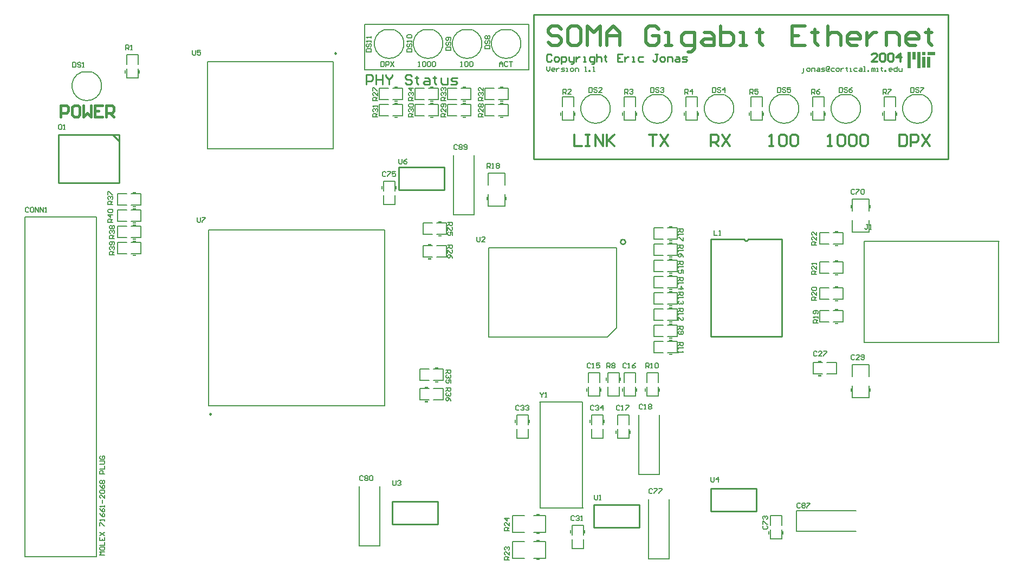
<source format=gto>
%FSLAX24Y24*%
%MOIN*%
G70*
G01*
G75*
%ADD10C,0.0080*%
%ADD11R,0.0433X0.0394*%
%ADD12R,0.0728X0.0118*%
%ADD13R,0.0728X0.0118*%
%ADD14R,0.0118X0.0728*%
%ADD15R,0.1024X0.0945*%
%ADD16R,0.0709X0.0157*%
%ADD17R,0.0157X0.0709*%
%ADD18R,0.0709X0.0122*%
%ADD19O,0.0122X0.0709*%
%ADD20R,0.0122X0.0709*%
%ADD21R,0.0700X0.0300*%
%ADD22O,0.0700X0.0300*%
%ADD23R,0.0300X0.0600*%
%ADD24R,0.1000X0.1400*%
%ADD25R,0.0945X0.1024*%
%ADD26R,0.0394X0.0433*%
%ADD27R,0.0551X0.0787*%
%ADD28R,0.0709X0.0630*%
%ADD29R,0.0827X0.1614*%
%ADD30R,0.0630X0.0709*%
%ADD31R,0.0709X0.0157*%
%ADD32C,0.0400*%
%ADD33C,0.0100*%
%ADD34C,0.0160*%
%ADD35C,0.0200*%
%ADD36C,0.1732*%
%ADD37C,0.0500*%
%ADD38C,0.0750*%
%ADD39C,0.1400*%
%ADD40C,0.1300*%
%ADD41C,0.0520*%
%ADD42C,0.0250*%
%ADD43C,0.0480*%
%ADD44C,0.0350*%
%ADD45C,0.0060*%
%ADD46C,0.0098*%
%ADD47C,0.0079*%
%ADD48C,0.0070*%
%ADD49C,0.0140*%
%ADD50C,0.0120*%
%ADD51R,0.0197X0.0079*%
%ADD52R,0.0200X0.1000*%
%ADD53R,0.0200X0.0500*%
%ADD54R,0.0500X0.0200*%
%ADD55R,0.0200X0.0700*%
%ADD56R,0.0200X0.0200*%
%ADD57R,0.0079X0.0197*%
%ADD58R,0.0079X0.0197*%
%ADD59C,0.0020*%
%ADD60R,0.0197X0.0079*%
D10*
X47200Y63800D02*
X51000D01*
X40900D02*
X50400D01*
X40900Y61000D02*
Y63800D01*
Y61000D02*
X51000D01*
Y63800D01*
X41000D02*
X47200D01*
X71630Y44190D02*
Y50410D01*
X79920D01*
X71630Y44200D02*
X79920D01*
X79900Y44190D02*
Y50410D01*
X51669Y40511D02*
X54280D01*
X51669D02*
X51689Y40491D01*
Y33976D02*
Y40491D01*
Y33976D02*
X51701Y33987D01*
X54311D01*
X54280Y34019D02*
X54311Y33987D01*
X54280Y34019D02*
Y40511D01*
X19999Y51910D02*
X24400D01*
X19999Y30990D02*
X24400D01*
X19999D02*
Y51910D01*
X24400Y30990D02*
Y51910D01*
X67800Y60800D02*
X67850D01*
X67900Y60850D01*
Y61100D01*
X68150Y60900D02*
X68250D01*
X68300Y60950D01*
Y61050D01*
X68250Y61100D01*
X68150D01*
X68100Y61050D01*
Y60950D01*
X68150Y60900D01*
X68400D02*
Y61100D01*
X68550D01*
X68600Y61050D01*
Y60900D01*
X68750Y61100D02*
X68850D01*
X68900Y61050D01*
Y60900D01*
X68750D01*
X68700Y60950D01*
X68750Y61000D01*
X68900D01*
X69000Y60900D02*
X69150D01*
X69200Y60950D01*
X69150Y61000D01*
X69050D01*
X69000Y61050D01*
X69050Y61100D01*
X69200D01*
X69449Y61000D02*
Y61050D01*
X69399D01*
Y61000D01*
X69449D01*
X69499Y61050D01*
Y61150D01*
X69449Y61200D01*
X69349D01*
X69300Y61150D01*
Y60950D01*
X69349Y60900D01*
X69499D01*
X69799Y61100D02*
X69649D01*
X69599Y61050D01*
Y60950D01*
X69649Y60900D01*
X69799D01*
X69949D02*
X70049D01*
X70099Y60950D01*
Y61050D01*
X70049Y61100D01*
X69949D01*
X69899Y61050D01*
Y60950D01*
X69949Y60900D01*
X70199Y61100D02*
Y60900D01*
Y61000D01*
X70249Y61050D01*
X70299Y61100D01*
X70349D01*
X70549Y61150D02*
Y61100D01*
X70499D01*
X70599D01*
X70549D01*
Y60950D01*
X70599Y60900D01*
X70749D02*
X70849D01*
X70799D01*
Y61100D01*
X70749D01*
X71199D02*
X71049D01*
X70999Y61050D01*
Y60950D01*
X71049Y60900D01*
X71199D01*
X71349Y61100D02*
X71449D01*
X71499Y61050D01*
Y60900D01*
X71349D01*
X71299Y60950D01*
X71349Y61000D01*
X71499D01*
X71599Y60900D02*
X71699D01*
X71649D01*
Y61200D01*
X71599D01*
X71849Y60900D02*
Y60950D01*
X71899D01*
Y60900D01*
X71849D01*
X72099D02*
Y61100D01*
X72149D01*
X72199Y61050D01*
Y60900D01*
Y61050D01*
X72249Y61100D01*
X72299Y61050D01*
Y60900D01*
X72399D02*
X72498D01*
X72449D01*
Y61100D01*
X72399D01*
X72698Y61150D02*
Y61100D01*
X72648D01*
X72748D01*
X72698D01*
Y60950D01*
X72748Y60900D01*
X72898D02*
Y60950D01*
X72948D01*
Y60900D01*
X72898D01*
X73298D02*
X73198D01*
X73148Y60950D01*
Y61050D01*
X73198Y61100D01*
X73298D01*
X73348Y61050D01*
Y61000D01*
X73148D01*
X73648Y61200D02*
Y60900D01*
X73498D01*
X73448Y60950D01*
Y61050D01*
X73498Y61100D01*
X73648D01*
X73748D02*
Y60950D01*
X73798Y60900D01*
X73948D01*
Y61100D01*
D33*
X56943Y50380D02*
G03*
X56943Y50380I-153J0D01*
G01*
X64250Y50550D02*
G03*
X64500Y50550I125J0D01*
G01*
X76800Y55500D02*
Y64400D01*
X51300D02*
X76800D01*
X51300Y55500D02*
Y64400D01*
Y55500D02*
X76800D01*
X62200Y50550D02*
X64250D01*
X64500D02*
X66550D01*
Y44550D02*
Y50550D01*
X62200Y44550D02*
X66550D01*
X62200D02*
Y50550D01*
X55000Y32800D02*
X57800D01*
Y34200D01*
X55000D02*
X57800D01*
X55000Y32800D02*
Y34200D01*
X25394Y56991D02*
X25787Y56597D01*
X22047Y54038D02*
X25787D01*
X22047D02*
Y56991D01*
X25787D01*
Y54038D02*
Y56991D01*
X42600Y33000D02*
X45400D01*
Y34400D01*
X42600D02*
X45400D01*
X42600Y33000D02*
Y34400D01*
X62200Y33800D02*
X65000D01*
Y35200D01*
X62200D02*
X65000D01*
X62200Y33800D02*
Y35200D01*
X43000Y53600D02*
X45800D01*
Y55000D01*
X43000D02*
X45800D01*
X43000Y53600D02*
Y55000D01*
X41000Y60100D02*
Y60700D01*
X41300D01*
X41400Y60600D01*
Y60400D01*
X41300Y60300D01*
X41000D01*
X41600Y60700D02*
Y60100D01*
Y60400D01*
X42000D01*
Y60700D01*
Y60100D01*
X42200Y60700D02*
Y60600D01*
X42400Y60400D01*
X42599Y60600D01*
Y60700D01*
X42400Y60400D02*
Y60100D01*
X43799Y60600D02*
X43699Y60700D01*
X43499D01*
X43399Y60600D01*
Y60500D01*
X43499Y60400D01*
X43699D01*
X43799Y60300D01*
Y60200D01*
X43699Y60100D01*
X43499D01*
X43399Y60200D01*
X44099Y60600D02*
Y60500D01*
X43999D01*
X44199D01*
X44099D01*
Y60200D01*
X44199Y60100D01*
X44599Y60500D02*
X44799D01*
X44899Y60400D01*
Y60100D01*
X44599D01*
X44499Y60200D01*
X44599Y60300D01*
X44899D01*
X45199Y60600D02*
Y60500D01*
X45099D01*
X45299D01*
X45199D01*
Y60200D01*
X45299Y60100D01*
X45599Y60500D02*
Y60200D01*
X45698Y60100D01*
X45998D01*
Y60500D01*
X46198Y60100D02*
X46498D01*
X46598Y60200D01*
X46498Y60300D01*
X46298D01*
X46198Y60400D01*
X46298Y60500D01*
X46598D01*
X52400Y61875D02*
X52325Y61950D01*
X52175D01*
X52100Y61875D01*
Y61575D01*
X52175Y61500D01*
X52325D01*
X52400Y61575D01*
X52625Y61500D02*
X52775D01*
X52850Y61575D01*
Y61725D01*
X52775Y61800D01*
X52625D01*
X52550Y61725D01*
Y61575D01*
X52625Y61500D01*
X53000Y61350D02*
Y61800D01*
X53225D01*
X53300Y61725D01*
Y61575D01*
X53225Y61500D01*
X53000D01*
X53450Y61800D02*
Y61575D01*
X53525Y61500D01*
X53749D01*
Y61425D01*
X53674Y61350D01*
X53600D01*
X53749Y61500D02*
Y61800D01*
X53899D02*
Y61500D01*
Y61650D01*
X53974Y61725D01*
X54049Y61800D01*
X54124D01*
X54349Y61500D02*
X54499D01*
X54424D01*
Y61800D01*
X54349D01*
X54874Y61350D02*
X54949D01*
X55024Y61425D01*
Y61800D01*
X54799D01*
X54724Y61725D01*
Y61575D01*
X54799Y61500D01*
X55024D01*
X55174Y61950D02*
Y61500D01*
Y61725D01*
X55249Y61800D01*
X55399D01*
X55474Y61725D01*
Y61500D01*
X55699Y61875D02*
Y61800D01*
X55624D01*
X55774D01*
X55699D01*
Y61575D01*
X55774Y61500D01*
X56748Y61950D02*
X56449D01*
Y61500D01*
X56748D01*
X56449Y61725D02*
X56599D01*
X56898Y61800D02*
Y61500D01*
Y61650D01*
X56973Y61725D01*
X57048Y61800D01*
X57123D01*
X57348Y61500D02*
X57498D01*
X57423D01*
Y61800D01*
X57348D01*
X58023D02*
X57798D01*
X57723Y61725D01*
Y61575D01*
X57798Y61500D01*
X58023D01*
X58923Y61950D02*
X58773D01*
X58848D01*
Y61575D01*
X58773Y61500D01*
X58698D01*
X58623Y61575D01*
X59148Y61500D02*
X59298D01*
X59373Y61575D01*
Y61725D01*
X59298Y61800D01*
X59148D01*
X59073Y61725D01*
Y61575D01*
X59148Y61500D01*
X59523D02*
Y61800D01*
X59748D01*
X59823Y61725D01*
Y61500D01*
X60047Y61800D02*
X60197D01*
X60272Y61725D01*
Y61500D01*
X60047D01*
X59972Y61575D01*
X60047Y61650D01*
X60272D01*
X60422Y61500D02*
X60647D01*
X60722Y61575D01*
X60647Y61650D01*
X60497D01*
X60422Y61725D01*
X60497Y61800D01*
X60722D01*
D34*
X22200Y58100D02*
Y58800D01*
X22550D01*
X22667Y58683D01*
Y58450D01*
X22550Y58333D01*
X22200D01*
X23250Y58800D02*
X23016D01*
X22900Y58683D01*
Y58217D01*
X23016Y58100D01*
X23250D01*
X23366Y58217D01*
Y58683D01*
X23250Y58800D01*
X23600D02*
Y58100D01*
X23833Y58333D01*
X24066Y58100D01*
Y58800D01*
X24766D02*
X24299D01*
Y58100D01*
X24766D01*
X24299Y58450D02*
X24533D01*
X24999Y58100D02*
Y58800D01*
X25349D01*
X25466Y58683D01*
Y58450D01*
X25349Y58333D01*
X24999D01*
X25232D02*
X25466Y58100D01*
D35*
X53000Y63500D02*
X52800Y63700D01*
X52400D01*
X52200Y63500D01*
Y63300D01*
X52400Y63100D01*
X52800D01*
X53000Y62900D01*
Y62700D01*
X52800Y62500D01*
X52400D01*
X52200Y62700D01*
X53999Y63700D02*
X53600D01*
X53400Y63500D01*
Y62700D01*
X53600Y62500D01*
X53999D01*
X54199Y62700D01*
Y63500D01*
X53999Y63700D01*
X54599Y62500D02*
Y63700D01*
X54999Y63300D01*
X55399Y63700D01*
Y62500D01*
X55799D02*
Y63300D01*
X56199Y63700D01*
X56599Y63300D01*
Y62500D01*
Y63100D01*
X55799D01*
X58998Y63500D02*
X58798Y63700D01*
X58398D01*
X58198Y63500D01*
Y62700D01*
X58398Y62500D01*
X58798D01*
X58998Y62700D01*
Y63100D01*
X58598D01*
X59398Y62500D02*
X59798D01*
X59598D01*
Y63300D01*
X59398D01*
X60797Y62100D02*
X60997D01*
X61197Y62300D01*
Y63300D01*
X60597D01*
X60397Y63100D01*
Y62700D01*
X60597Y62500D01*
X61197D01*
X61797Y63300D02*
X62197D01*
X62397Y63100D01*
Y62500D01*
X61797D01*
X61597Y62700D01*
X61797Y62900D01*
X62397D01*
X62797Y63700D02*
Y62500D01*
X63396D01*
X63596Y62700D01*
Y62900D01*
Y63100D01*
X63396Y63300D01*
X62797D01*
X63996Y62500D02*
X64396D01*
X64196D01*
Y63300D01*
X63996D01*
X65196Y63500D02*
Y63300D01*
X64996D01*
X65396D01*
X65196D01*
Y62700D01*
X65396Y62500D01*
X67995Y63700D02*
X67195D01*
Y62500D01*
X67995D01*
X67195Y63100D02*
X67595D01*
X68595Y63500D02*
Y63300D01*
X68395D01*
X68795D01*
X68595D01*
Y62700D01*
X68795Y62500D01*
X69394Y63700D02*
Y62500D01*
Y63100D01*
X69594Y63300D01*
X69994D01*
X70194Y63100D01*
Y62500D01*
X71194D02*
X70794D01*
X70594Y62700D01*
Y63100D01*
X70794Y63300D01*
X71194D01*
X71394Y63100D01*
Y62900D01*
X70594D01*
X71794Y63300D02*
Y62500D01*
Y62900D01*
X71994Y63100D01*
X72194Y63300D01*
X72393D01*
X72993Y62500D02*
Y63300D01*
X73593D01*
X73793Y63100D01*
Y62500D01*
X74793D02*
X74393D01*
X74193Y62700D01*
Y63100D01*
X74393Y63300D01*
X74793D01*
X74993Y63100D01*
Y62900D01*
X74193D01*
X75592Y63500D02*
Y63300D01*
X75392D01*
X75792D01*
X75592D01*
Y62700D01*
X75792Y62500D01*
D45*
X49280Y63452D02*
G03*
X49951Y63440I320J-852D01*
G01*
X44480Y63452D02*
G03*
X45151Y63440I320J-852D01*
G01*
X46880Y63452D02*
G03*
X47551Y63440I320J-852D01*
G01*
X42080Y63452D02*
G03*
X42751Y63440I320J-852D01*
G01*
X23480Y60852D02*
G03*
X24151Y60840I320J-852D01*
G01*
X74580Y59452D02*
G03*
X75251Y59440I320J-852D01*
G01*
X70180Y59452D02*
G03*
X70851Y59440I320J-852D01*
G01*
X66380Y59452D02*
G03*
X67051Y59440I320J-852D01*
G01*
X62380Y59452D02*
G03*
X63051Y59440I320J-852D01*
G01*
X58580Y59452D02*
G03*
X59251Y59440I320J-852D01*
G01*
X54780Y59452D02*
G03*
X55451Y59440I320J-852D01*
G01*
X49279Y63450D02*
X49940D01*
X44479D02*
X45140D01*
X46879D02*
X47540D01*
X42079D02*
X42740D01*
X23479Y60850D02*
X24140D01*
X74579Y59450D02*
X75240D01*
X70179D02*
X70840D01*
X66379D02*
X67040D01*
X62379D02*
X63040D01*
X58579D02*
X59240D01*
X54779D02*
X55440D01*
D46*
X31454Y39765D02*
G03*
X31454Y39765I-49J0D01*
G01*
X39155Y61991D02*
G03*
X39155Y61991I-49J0D01*
G01*
D47*
X42638Y59146D02*
X43209D01*
X42638Y59854D02*
X43209D01*
Y59146D02*
Y59854D01*
X41791Y59146D02*
Y59854D01*
Y59146D02*
X42362D01*
X41791Y59854D02*
X42362D01*
X42638Y58146D02*
X43209D01*
X42638Y58854D02*
X43209D01*
Y58146D02*
Y58854D01*
X41791Y58146D02*
Y58854D01*
Y58146D02*
X42362D01*
X41791Y58854D02*
X42362D01*
X44838Y59146D02*
X45409D01*
X44838Y59854D02*
X45409D01*
Y59146D02*
Y59854D01*
X43991Y59146D02*
Y59854D01*
Y59146D02*
X44562D01*
X43991Y59854D02*
X44562D01*
X44838Y58146D02*
X45409D01*
X44838Y58854D02*
X45409D01*
Y58146D02*
Y58854D01*
X43991Y58146D02*
Y58854D01*
Y58146D02*
X44562D01*
X43991Y58854D02*
X44562D01*
X46838Y59146D02*
X47409D01*
X46838Y59854D02*
X47409D01*
Y59146D02*
Y59854D01*
X45991Y59146D02*
Y59854D01*
Y59146D02*
X46562D01*
X45991Y59854D02*
X46562D01*
X46838Y58146D02*
X47409D01*
X46838Y58854D02*
X47409D01*
Y58146D02*
Y58854D01*
X45991Y58146D02*
Y58854D01*
Y58146D02*
X46562D01*
X45991Y58854D02*
X46562D01*
X31287Y51113D02*
X42113D01*
X31287Y40287D02*
X42113D01*
X31287D02*
Y51113D01*
X42113Y40287D02*
Y51113D01*
X44291Y42554D02*
X44862D01*
X44291Y41846D02*
X44862D01*
X44291D02*
Y42554D01*
X45709Y41846D02*
Y42554D01*
X45138D02*
X45709D01*
X45138Y41846D02*
X45709D01*
X67471Y33830D02*
X71132D01*
X67471Y32570D02*
X71132D01*
X67471D02*
Y33830D01*
X44491Y51554D02*
X45062D01*
X44491Y50846D02*
X45062D01*
X44491D02*
Y51554D01*
X45909Y50846D02*
Y51554D01*
X45338D02*
X45909D01*
X45338Y50846D02*
X45909D01*
X38958Y56123D02*
Y61477D01*
X31242Y56123D02*
Y61477D01*
X38958D01*
X31242Y56123D02*
X38958D01*
X56401Y45076D02*
Y50035D01*
X48515D02*
X56401D01*
X48515Y44511D02*
Y50035D01*
Y44511D02*
X55836D01*
X56401Y45076D01*
X58691Y44254D02*
X59262D01*
X58691Y43546D02*
X59262D01*
X58691D02*
Y44254D01*
X60109Y43546D02*
Y44254D01*
X59538D02*
X60109D01*
X59538Y43546D02*
X60109D01*
X58691Y45254D02*
X59262D01*
X58691Y44546D02*
X59262D01*
X58691D02*
Y45254D01*
X60109Y44546D02*
Y45254D01*
X59538D02*
X60109D01*
X59538Y44546D02*
X60109D01*
X58691Y50254D02*
X59262D01*
X58691Y49546D02*
X59262D01*
X58691D02*
Y50254D01*
X60109Y49546D02*
Y50254D01*
X59538D02*
X60109D01*
X59538Y49546D02*
X60109D01*
X58370Y30871D02*
Y34532D01*
X59630Y30871D02*
Y34532D01*
X58370Y30871D02*
X59630D01*
X53646Y31491D02*
Y32062D01*
X54354Y31491D02*
Y32062D01*
X53646Y31491D02*
X54354D01*
X53646Y32909D02*
X54354D01*
X53646Y32338D02*
Y32909D01*
X54354Y32338D02*
Y32909D01*
X40570Y31671D02*
Y35332D01*
X41830Y31671D02*
Y35332D01*
X40570Y31671D02*
X41830D01*
X66554Y32938D02*
Y33509D01*
X65846Y32938D02*
Y33509D01*
X66554D01*
X65846Y32091D02*
X66554D01*
Y32662D01*
X65846Y32091D02*
Y32662D01*
X46370Y52071D02*
Y55732D01*
X47630Y52071D02*
Y55732D01*
X46370Y52071D02*
X47630D01*
X42046Y52691D02*
Y53262D01*
X42754Y52691D02*
Y53262D01*
X42046Y52691D02*
X42754D01*
X42046Y54109D02*
X42754D01*
X42046Y53538D02*
Y54109D01*
X42754Y53538D02*
Y54109D01*
X55846Y40891D02*
Y41462D01*
X56554Y40891D02*
Y41462D01*
X55846Y40891D02*
X56554D01*
X55846Y42309D02*
X56554D01*
X55846Y41738D02*
Y42309D01*
X56554Y41738D02*
Y42309D01*
X57554Y41738D02*
Y42309D01*
X56846Y41738D02*
Y42309D01*
X57554D01*
X56846Y40891D02*
X57554D01*
Y41462D01*
X56846Y40891D02*
Y41462D01*
X55354Y41738D02*
Y42309D01*
X54646Y41738D02*
Y42309D01*
X55354D01*
X54646Y40891D02*
X55354D01*
Y41462D01*
X54646Y40891D02*
Y41462D01*
X57770Y36071D02*
Y39732D01*
X59030Y36071D02*
Y39732D01*
X57770Y36071D02*
X59030D01*
X57154Y39138D02*
Y39709D01*
X56446Y39138D02*
Y39709D01*
X57154D01*
X56446Y38291D02*
X57154D01*
Y38862D01*
X56446Y38291D02*
Y38862D01*
X58954Y41738D02*
Y42309D01*
X58246Y41738D02*
Y42309D01*
X58954D01*
X58246Y40891D02*
X58954D01*
Y41462D01*
X58246Y40891D02*
Y41462D01*
X58691Y51254D02*
X59262D01*
X58691Y50546D02*
X59262D01*
X58691D02*
Y51254D01*
X60109Y50546D02*
Y51254D01*
X59538D02*
X60109D01*
X59538Y50546D02*
X60109D01*
X58691Y49254D02*
X59262D01*
X58691Y48546D02*
X59262D01*
X58691D02*
Y49254D01*
X60109Y48546D02*
Y49254D01*
X59538D02*
X60109D01*
X59538Y48546D02*
X60109D01*
X58691Y48254D02*
X59262D01*
X58691Y47546D02*
X59262D01*
X58691D02*
Y48254D01*
X60109Y47546D02*
Y48254D01*
X59538D02*
X60109D01*
X59538Y47546D02*
X60109D01*
X58691Y47254D02*
X59262D01*
X58691Y46546D02*
X59262D01*
X58691D02*
Y47254D01*
X60109Y46546D02*
Y47254D01*
X59538D02*
X60109D01*
X59538Y46546D02*
X60109D01*
X58691Y46254D02*
X59262D01*
X58691Y45546D02*
X59262D01*
X58691D02*
Y46254D01*
X60109Y45546D02*
Y46254D01*
X59538D02*
X60109D01*
X59538Y45546D02*
X60109D01*
X48488Y53876D02*
Y54624D01*
X49512Y53876D02*
Y54624D01*
X48488Y52576D02*
Y53324D01*
X49512Y52576D02*
Y53324D01*
X48488Y52576D02*
X49512D01*
X48488Y54624D02*
X49512D01*
X68891Y46154D02*
X69462D01*
X68891Y45446D02*
X69462D01*
X68891D02*
Y46154D01*
X70309Y45446D02*
Y46154D01*
X69738D02*
X70309D01*
X69738Y45446D02*
X70309D01*
X68891Y47554D02*
X69462D01*
X68891Y46846D02*
X69462D01*
X68891D02*
Y47554D01*
X70309Y46846D02*
Y47554D01*
X69738D02*
X70309D01*
X69738Y46846D02*
X70309D01*
X50246Y38291D02*
Y38862D01*
X50954Y38291D02*
Y38862D01*
X50246Y38291D02*
X50954D01*
X50246Y39709D02*
X50954D01*
X50246Y39138D02*
Y39709D01*
X50954Y39138D02*
Y39709D01*
X68891Y49154D02*
X69462D01*
X68891Y48446D02*
X69462D01*
X68891D02*
Y49154D01*
X70309Y48446D02*
Y49154D01*
X69738D02*
X70309D01*
X69738Y48446D02*
X70309D01*
X68891Y50954D02*
X69462D01*
X68891Y50246D02*
X69462D01*
X68891D02*
Y50954D01*
X70309Y50246D02*
Y50954D01*
X69738D02*
X70309D01*
X69738Y50246D02*
X70309D01*
X54846Y38291D02*
Y38862D01*
X55554Y38291D02*
Y38862D01*
X54846Y38291D02*
X55554D01*
X54846Y39709D02*
X55554D01*
X54846Y39138D02*
Y39709D01*
X55554Y39138D02*
Y39709D01*
X69338Y42246D02*
X69909D01*
X69338Y42954D02*
X69909D01*
Y42246D02*
Y42954D01*
X68491Y42246D02*
Y42954D01*
Y42246D02*
X69062D01*
X68491Y42954D02*
X69062D01*
X49976Y30888D02*
X50724D01*
X49976Y31912D02*
X50724D01*
X51276Y30888D02*
X52024D01*
X51276Y31912D02*
X52024D01*
Y30888D02*
Y31912D01*
X49976Y30888D02*
Y31912D01*
X71912Y50976D02*
Y51724D01*
X70888Y50976D02*
Y51724D01*
X71912Y52276D02*
Y53024D01*
X70888Y52276D02*
Y53024D01*
X71912D01*
X70888Y50976D02*
X71912D01*
X70888Y42076D02*
Y42824D01*
X71912Y42076D02*
Y42824D01*
X70888Y40776D02*
Y41524D01*
X71912Y40776D02*
Y41524D01*
X70888Y40776D02*
X71912D01*
X70888Y42824D02*
X71912D01*
X49976Y32488D02*
X50724D01*
X49976Y33512D02*
X50724D01*
X51276Y32488D02*
X52024D01*
X51276Y33512D02*
X52024D01*
Y32488D02*
Y33512D01*
X49976Y32488D02*
Y33512D01*
X48291Y58854D02*
X48862D01*
X48291Y58146D02*
X48862D01*
X48291D02*
Y58854D01*
X49709Y58146D02*
Y58854D01*
X49138D02*
X49709D01*
X49138Y58146D02*
X49709D01*
X48291Y59854D02*
X48862D01*
X48291Y59146D02*
X48862D01*
X48291D02*
Y59854D01*
X49709Y59146D02*
Y59854D01*
X49138D02*
X49709D01*
X49138Y59146D02*
X49709D01*
X26954Y61338D02*
Y61909D01*
X26246Y61338D02*
Y61909D01*
X26954D01*
X26246Y60491D02*
X26954D01*
Y61062D01*
X26246Y60491D02*
Y61062D01*
X73554Y58738D02*
Y59309D01*
X72846Y58738D02*
Y59309D01*
X73554D01*
X72846Y57891D02*
X73554D01*
Y58462D01*
X72846Y57891D02*
Y58462D01*
X69154Y58738D02*
Y59309D01*
X68446Y58738D02*
Y59309D01*
X69154D01*
X68446Y57891D02*
X69154D01*
Y58462D01*
X68446Y57891D02*
Y58462D01*
X65354Y58738D02*
Y59309D01*
X64646Y58738D02*
Y59309D01*
X65354D01*
X64646Y57891D02*
X65354D01*
Y58462D01*
X64646Y57891D02*
Y58462D01*
X61354Y58738D02*
Y59309D01*
X60646Y58738D02*
Y59309D01*
X61354D01*
X60646Y57891D02*
X61354D01*
Y58462D01*
X60646Y57891D02*
Y58462D01*
X57554Y58738D02*
Y59309D01*
X56846Y58738D02*
Y59309D01*
X57554D01*
X56846Y57891D02*
X57554D01*
Y58462D01*
X56846Y57891D02*
Y58462D01*
X53754Y58738D02*
Y59309D01*
X53046Y58738D02*
Y59309D01*
X53754D01*
X53046Y57891D02*
X53754D01*
Y58462D01*
X53046Y57891D02*
Y58462D01*
X45338Y49446D02*
X45909D01*
X45338Y50154D02*
X45909D01*
Y49446D02*
Y50154D01*
X44491Y49446D02*
Y50154D01*
Y49446D02*
X45062D01*
X44491Y50154D02*
X45062D01*
X45138Y40646D02*
X45709D01*
X45138Y41354D02*
X45709D01*
Y40646D02*
Y41354D01*
X44291Y40646D02*
Y41354D01*
Y40646D02*
X44862D01*
X44291Y41354D02*
X44862D01*
X26538Y51646D02*
X27109D01*
X26538Y52354D02*
X27109D01*
Y51646D02*
Y52354D01*
X25691Y51646D02*
Y52354D01*
Y51646D02*
X26262D01*
X25691Y52354D02*
X26262D01*
X26538Y49646D02*
X27109D01*
X26538Y50354D02*
X27109D01*
Y49646D02*
Y50354D01*
X25691Y49646D02*
Y50354D01*
Y49646D02*
X26262D01*
X25691Y50354D02*
X26262D01*
X26538Y50646D02*
X27109D01*
X26538Y51354D02*
X27109D01*
Y50646D02*
Y51354D01*
X25691Y50646D02*
Y51354D01*
Y50646D02*
X26262D01*
X25691Y51354D02*
X26262D01*
X26538Y52646D02*
X27109D01*
X26538Y53354D02*
X27109D01*
Y52646D02*
Y53354D01*
X25691Y52646D02*
Y53354D01*
Y52646D02*
X26262D01*
X25691Y53354D02*
X26262D01*
D48*
X46000Y51600D02*
X46300D01*
Y51450D01*
X46250Y51400D01*
X46150D01*
X46100Y51450D01*
Y51600D01*
Y51500D02*
X46000Y51400D01*
Y51100D02*
Y51300D01*
X46200Y51100D01*
X46250D01*
X46300Y51150D01*
Y51250D01*
X46250Y51300D01*
X46300Y50800D02*
Y51000D01*
X46150D01*
X46200Y50900D01*
Y50850D01*
X46150Y50800D01*
X46050D01*
X46000Y50850D01*
Y50950D01*
X46050Y51000D01*
X51700Y41120D02*
Y41070D01*
X51800Y40970D01*
X51900Y41070D01*
Y41120D01*
X51800Y40970D02*
Y40820D01*
X52000D02*
X52100D01*
X52050D01*
Y41120D01*
X52000Y41070D01*
X30600Y51900D02*
Y51650D01*
X30650Y51600D01*
X30750D01*
X30800Y51650D01*
Y51900D01*
X30900D02*
X31100D01*
Y51850D01*
X30900Y51650D01*
Y51600D01*
X43000Y55500D02*
Y55250D01*
X43050Y55200D01*
X43150D01*
X43200Y55250D01*
Y55500D01*
X43500D02*
X43400Y55450D01*
X43300Y55350D01*
Y55250D01*
X43350Y55200D01*
X43450D01*
X43500Y55250D01*
Y55300D01*
X43450Y55350D01*
X43300D01*
X30300Y62200D02*
Y61950D01*
X30350Y61900D01*
X30450D01*
X30500Y61950D01*
Y62200D01*
X30800D02*
X30600D01*
Y62050D01*
X30700Y62100D01*
X30750D01*
X30800Y62050D01*
Y61950D01*
X30750Y61900D01*
X30650D01*
X30600Y61950D01*
X62200Y35900D02*
Y35650D01*
X62250Y35600D01*
X62350D01*
X62400Y35650D01*
Y35900D01*
X62650Y35600D02*
Y35900D01*
X62500Y35750D01*
X62700D01*
X42620Y35680D02*
Y35430D01*
X42670Y35380D01*
X42770D01*
X42820Y35430D01*
Y35680D01*
X42920Y35630D02*
X42970Y35680D01*
X43070D01*
X43120Y35630D01*
Y35580D01*
X43070Y35530D01*
X43020D01*
X43070D01*
X43120Y35480D01*
Y35430D01*
X43070Y35380D01*
X42970D01*
X42920Y35430D01*
X47800Y50700D02*
Y50450D01*
X47850Y50400D01*
X47950D01*
X48000Y50450D01*
Y50700D01*
X48300Y50400D02*
X48100D01*
X48300Y50600D01*
Y50650D01*
X48250Y50700D01*
X48150D01*
X48100Y50650D01*
X55040Y34800D02*
Y34550D01*
X55090Y34500D01*
X55190D01*
X55240Y34550D01*
Y34800D01*
X55340Y34500D02*
X55440D01*
X55390D01*
Y34800D01*
X55340Y34750D01*
X45900Y41400D02*
X46200D01*
Y41250D01*
X46150Y41200D01*
X46050D01*
X46000Y41250D01*
Y41400D01*
Y41300D02*
X45900Y41200D01*
X46150Y41100D02*
X46200Y41050D01*
Y40950D01*
X46150Y40900D01*
X46100D01*
X46050Y40950D01*
Y41000D01*
Y40950D01*
X46000Y40900D01*
X45950D01*
X45900Y40950D01*
Y41050D01*
X45950Y41100D01*
X46200Y40600D02*
X46150Y40700D01*
X46050Y40800D01*
X45950D01*
X45900Y40750D01*
Y40650D01*
X45950Y40600D01*
X46000D01*
X46050Y40650D01*
Y40800D01*
X45900Y42500D02*
X46200D01*
Y42350D01*
X46150Y42300D01*
X46050D01*
X46000Y42350D01*
Y42500D01*
Y42400D02*
X45900Y42300D01*
X46150Y42200D02*
X46200Y42150D01*
Y42050D01*
X46150Y42000D01*
X46100D01*
X46050Y42050D01*
Y42100D01*
Y42050D01*
X46000Y42000D01*
X45950D01*
X45900Y42050D01*
Y42150D01*
X45950Y42200D01*
X46200Y41700D02*
Y41900D01*
X46050D01*
X46100Y41800D01*
Y41750D01*
X46050Y41700D01*
X45950D01*
X45900Y41750D01*
Y41850D01*
X45950Y41900D01*
X43900Y59100D02*
X43600D01*
Y59250D01*
X43650Y59300D01*
X43750D01*
X43800Y59250D01*
Y59100D01*
Y59200D02*
X43900Y59300D01*
X43650Y59400D02*
X43600Y59450D01*
Y59550D01*
X43650Y59600D01*
X43700D01*
X43750Y59550D01*
Y59500D01*
Y59550D01*
X43800Y59600D01*
X43850D01*
X43900Y59550D01*
Y59450D01*
X43850Y59400D01*
X43900Y59850D02*
X43600D01*
X43750Y59700D01*
Y59900D01*
X45900Y59100D02*
X45600D01*
Y59250D01*
X45650Y59300D01*
X45750D01*
X45800Y59250D01*
Y59100D01*
Y59200D02*
X45900Y59300D01*
X45650Y59400D02*
X45600Y59450D01*
Y59550D01*
X45650Y59600D01*
X45700D01*
X45750Y59550D01*
Y59500D01*
Y59550D01*
X45800Y59600D01*
X45850D01*
X45900Y59550D01*
Y59450D01*
X45850Y59400D01*
X45650Y59700D02*
X45600Y59750D01*
Y59850D01*
X45650Y59900D01*
X45700D01*
X45750Y59850D01*
Y59800D01*
Y59850D01*
X45800Y59900D01*
X45850D01*
X45900Y59850D01*
Y59750D01*
X45850Y59700D01*
X48200Y59100D02*
X47900D01*
Y59250D01*
X47950Y59300D01*
X48050D01*
X48100Y59250D01*
Y59100D01*
Y59200D02*
X48200Y59300D01*
X47950Y59400D02*
X47900Y59450D01*
Y59550D01*
X47950Y59600D01*
X48000D01*
X48050Y59550D01*
Y59500D01*
Y59550D01*
X48100Y59600D01*
X48150D01*
X48200Y59550D01*
Y59450D01*
X48150Y59400D01*
X48200Y59900D02*
Y59700D01*
X48000Y59900D01*
X47950D01*
X47900Y59850D01*
Y59750D01*
X47950Y59700D01*
X41700Y58100D02*
X41400D01*
Y58250D01*
X41450Y58300D01*
X41550D01*
X41600Y58250D01*
Y58100D01*
Y58200D02*
X41700Y58300D01*
X41450Y58400D02*
X41400Y58450D01*
Y58550D01*
X41450Y58600D01*
X41500D01*
X41550Y58550D01*
Y58500D01*
Y58550D01*
X41600Y58600D01*
X41650D01*
X41700Y58550D01*
Y58450D01*
X41650Y58400D01*
X41700Y58700D02*
Y58800D01*
Y58750D01*
X41400D01*
X41450Y58700D01*
X43900Y58100D02*
X43600D01*
Y58250D01*
X43650Y58300D01*
X43750D01*
X43800Y58250D01*
Y58100D01*
Y58200D02*
X43900Y58300D01*
X43650Y58400D02*
X43600Y58450D01*
Y58550D01*
X43650Y58600D01*
X43700D01*
X43750Y58550D01*
Y58500D01*
Y58550D01*
X43800Y58600D01*
X43850D01*
X43900Y58550D01*
Y58450D01*
X43850Y58400D01*
X43650Y58700D02*
X43600Y58750D01*
Y58850D01*
X43650Y58900D01*
X43850D01*
X43900Y58850D01*
Y58750D01*
X43850Y58700D01*
X43650D01*
X45900Y58100D02*
X45600D01*
Y58250D01*
X45650Y58300D01*
X45750D01*
X45800Y58250D01*
Y58100D01*
Y58200D02*
X45900Y58300D01*
Y58600D02*
Y58400D01*
X45700Y58600D01*
X45650D01*
X45600Y58550D01*
Y58450D01*
X45650Y58400D01*
X45850Y58700D02*
X45900Y58750D01*
Y58850D01*
X45850Y58900D01*
X45650D01*
X45600Y58850D01*
Y58750D01*
X45650Y58700D01*
X45700D01*
X45750Y58750D01*
Y58900D01*
X48200Y58100D02*
X47900D01*
Y58250D01*
X47950Y58300D01*
X48050D01*
X48100Y58250D01*
Y58100D01*
Y58200D02*
X48200Y58300D01*
Y58600D02*
Y58400D01*
X48000Y58600D01*
X47950D01*
X47900Y58550D01*
Y58450D01*
X47950Y58400D01*
Y58700D02*
X47900Y58750D01*
Y58850D01*
X47950Y58900D01*
X48000D01*
X48050Y58850D01*
X48100Y58900D01*
X48150D01*
X48200Y58850D01*
Y58750D01*
X48150Y58700D01*
X48100D01*
X48050Y58750D01*
X48000Y58700D01*
X47950D01*
X48050Y58750D02*
Y58850D01*
X41700Y59100D02*
X41400D01*
Y59250D01*
X41450Y59300D01*
X41550D01*
X41600Y59250D01*
Y59100D01*
Y59200D02*
X41700Y59300D01*
Y59600D02*
Y59400D01*
X41500Y59600D01*
X41450D01*
X41400Y59550D01*
Y59450D01*
X41450Y59400D01*
X41400Y59700D02*
Y59900D01*
X41450D01*
X41650Y59700D01*
X41700D01*
X46000Y50200D02*
X46300D01*
Y50050D01*
X46250Y50000D01*
X46150D01*
X46100Y50050D01*
Y50200D01*
Y50100D02*
X46000Y50000D01*
Y49700D02*
Y49900D01*
X46200Y49700D01*
X46250D01*
X46300Y49750D01*
Y49850D01*
X46250Y49900D01*
X46300Y49400D02*
X46250Y49500D01*
X46150Y49600D01*
X46050D01*
X46000Y49550D01*
Y49450D01*
X46050Y49400D01*
X46100D01*
X46150Y49450D01*
Y49600D01*
X49800Y32600D02*
X49500D01*
Y32750D01*
X49550Y32800D01*
X49650D01*
X49700Y32750D01*
Y32600D01*
Y32700D02*
X49800Y32800D01*
Y33100D02*
Y32900D01*
X49600Y33100D01*
X49550D01*
X49500Y33050D01*
Y32950D01*
X49550Y32900D01*
X49800Y33350D02*
X49500D01*
X49650Y33200D01*
Y33400D01*
X49800Y30800D02*
X49500D01*
Y30950D01*
X49550Y31000D01*
X49650D01*
X49700Y30950D01*
Y30800D01*
Y30900D02*
X49800Y31000D01*
Y31300D02*
Y31100D01*
X49600Y31300D01*
X49550D01*
X49500Y31250D01*
Y31150D01*
X49550Y31100D01*
Y31400D02*
X49500Y31450D01*
Y31550D01*
X49550Y31600D01*
X49600D01*
X49650Y31550D01*
Y31500D01*
Y31550D01*
X49700Y31600D01*
X49750D01*
X49800Y31550D01*
Y31450D01*
X49750Y31400D01*
X68700Y50200D02*
X68400D01*
Y50350D01*
X68450Y50400D01*
X68550D01*
X68600Y50350D01*
Y50200D01*
Y50300D02*
X68700Y50400D01*
Y50700D02*
Y50500D01*
X68500Y50700D01*
X68450D01*
X68400Y50650D01*
Y50550D01*
X68450Y50500D01*
X68700Y51000D02*
Y50800D01*
X68500Y51000D01*
X68450D01*
X68400Y50950D01*
Y50850D01*
X68450Y50800D01*
X68700Y48400D02*
X68400D01*
Y48550D01*
X68450Y48600D01*
X68550D01*
X68600Y48550D01*
Y48400D01*
Y48500D02*
X68700Y48600D01*
Y48900D02*
Y48700D01*
X68500Y48900D01*
X68450D01*
X68400Y48850D01*
Y48750D01*
X68450Y48700D01*
X68700Y49000D02*
Y49100D01*
Y49050D01*
X68400D01*
X68450Y49000D01*
X68700Y46800D02*
X68400D01*
Y46950D01*
X68450Y47000D01*
X68550D01*
X68600Y46950D01*
Y46800D01*
Y46900D02*
X68700Y47000D01*
Y47300D02*
Y47100D01*
X68500Y47300D01*
X68450D01*
X68400Y47250D01*
Y47150D01*
X68450Y47100D01*
Y47400D02*
X68400Y47450D01*
Y47550D01*
X68450Y47600D01*
X68650D01*
X68700Y47550D01*
Y47450D01*
X68650Y47400D01*
X68450D01*
X68800Y45400D02*
X68500D01*
Y45550D01*
X68550Y45600D01*
X68650D01*
X68700Y45550D01*
Y45400D01*
Y45500D02*
X68800Y45600D01*
Y45700D02*
Y45800D01*
Y45750D01*
X68500D01*
X68550Y45700D01*
X68750Y45950D02*
X68800Y46000D01*
Y46100D01*
X68750Y46150D01*
X68550D01*
X68500Y46100D01*
Y46000D01*
X68550Y45950D01*
X68600D01*
X68650Y46000D01*
Y46150D01*
X48440Y54930D02*
Y55230D01*
X48590D01*
X48640Y55180D01*
Y55080D01*
X48590Y55030D01*
X48440D01*
X48540D02*
X48640Y54930D01*
X48740D02*
X48840D01*
X48790D01*
Y55230D01*
X48740Y55180D01*
X48990D02*
X49040Y55230D01*
X49140D01*
X49190Y55180D01*
Y55130D01*
X49140Y55080D01*
X49190Y55030D01*
Y54980D01*
X49140Y54930D01*
X49040D01*
X48990Y54980D01*
Y55030D01*
X49040Y55080D01*
X48990Y55130D01*
Y55180D01*
X49040Y55080D02*
X49140D01*
X60200Y51200D02*
X60500D01*
Y51050D01*
X60450Y51000D01*
X60350D01*
X60300Y51050D01*
Y51200D01*
Y51100D02*
X60200Y51000D01*
Y50900D02*
Y50800D01*
Y50850D01*
X60500D01*
X60450Y50900D01*
X60500Y50650D02*
Y50450D01*
X60450D01*
X60250Y50650D01*
X60200D01*
Y50200D02*
X60500D01*
Y50050D01*
X60450Y50000D01*
X60350D01*
X60300Y50050D01*
Y50200D01*
Y50100D02*
X60200Y50000D01*
Y49900D02*
Y49800D01*
Y49850D01*
X60500D01*
X60450Y49900D01*
X60500Y49450D02*
X60450Y49550D01*
X60350Y49650D01*
X60250D01*
X60200Y49600D01*
Y49500D01*
X60250Y49450D01*
X60300D01*
X60350Y49500D01*
Y49650D01*
X60200Y49200D02*
X60500D01*
Y49050D01*
X60450Y49000D01*
X60350D01*
X60300Y49050D01*
Y49200D01*
Y49100D02*
X60200Y49000D01*
Y48900D02*
Y48800D01*
Y48850D01*
X60500D01*
X60450Y48900D01*
X60500Y48450D02*
Y48650D01*
X60350D01*
X60400Y48550D01*
Y48500D01*
X60350Y48450D01*
X60250D01*
X60200Y48500D01*
Y48600D01*
X60250Y48650D01*
X60200Y48200D02*
X60500D01*
Y48050D01*
X60450Y48000D01*
X60350D01*
X60300Y48050D01*
Y48200D01*
Y48100D02*
X60200Y48000D01*
Y47900D02*
Y47800D01*
Y47850D01*
X60500D01*
X60450Y47900D01*
X60200Y47500D02*
X60500D01*
X60350Y47650D01*
Y47450D01*
X60200Y47300D02*
X60500D01*
Y47150D01*
X60450Y47100D01*
X60350D01*
X60300Y47150D01*
Y47300D01*
Y47200D02*
X60200Y47100D01*
Y47000D02*
Y46900D01*
Y46950D01*
X60500D01*
X60450Y47000D01*
Y46750D02*
X60500Y46700D01*
Y46600D01*
X60450Y46550D01*
X60400D01*
X60350Y46600D01*
Y46650D01*
Y46600D01*
X60300Y46550D01*
X60250D01*
X60200Y46600D01*
Y46700D01*
X60250Y46750D01*
X60200Y46300D02*
X60500D01*
Y46150D01*
X60450Y46100D01*
X60350D01*
X60300Y46150D01*
Y46300D01*
Y46200D02*
X60200Y46100D01*
Y46000D02*
Y45900D01*
Y45950D01*
X60500D01*
X60450Y46000D01*
X60200Y45550D02*
Y45750D01*
X60400Y45550D01*
X60450D01*
X60500Y45600D01*
Y45700D01*
X60450Y45750D01*
X60200Y44200D02*
X60500D01*
Y44050D01*
X60450Y44000D01*
X60350D01*
X60300Y44050D01*
Y44200D01*
Y44100D02*
X60200Y44000D01*
Y43900D02*
Y43800D01*
Y43850D01*
X60500D01*
X60450Y43900D01*
X60200Y43650D02*
Y43550D01*
Y43600D01*
X60500D01*
X60450Y43650D01*
X58200Y42620D02*
Y42920D01*
X58350D01*
X58400Y42870D01*
Y42770D01*
X58350Y42720D01*
X58200D01*
X58300D02*
X58400Y42620D01*
X58500D02*
X58600D01*
X58550D01*
Y42920D01*
X58500Y42870D01*
X58750D02*
X58800Y42920D01*
X58900D01*
X58950Y42870D01*
Y42670D01*
X58900Y42620D01*
X58800D01*
X58750Y42670D01*
Y42870D01*
X60200Y45200D02*
X60500D01*
Y45050D01*
X60450Y45000D01*
X60350D01*
X60300Y45050D01*
Y45200D01*
Y45100D02*
X60200Y45000D01*
X60250Y44900D02*
X60200Y44850D01*
Y44750D01*
X60250Y44700D01*
X60450D01*
X60500Y44750D01*
Y44850D01*
X60450Y44900D01*
X60400D01*
X60350Y44850D01*
Y44700D01*
X55800Y42620D02*
Y42920D01*
X55950D01*
X56000Y42870D01*
Y42770D01*
X55950Y42720D01*
X55800D01*
X55900D02*
X56000Y42620D01*
X56100Y42870D02*
X56150Y42920D01*
X56250D01*
X56300Y42870D01*
Y42820D01*
X56250Y42770D01*
X56300Y42720D01*
Y42670D01*
X56250Y42620D01*
X56150D01*
X56100Y42670D01*
Y42720D01*
X56150Y42770D01*
X56100Y42820D01*
Y42870D01*
X56150Y42770D02*
X56250D01*
X72800Y59500D02*
Y59800D01*
X72950D01*
X73000Y59750D01*
Y59650D01*
X72950Y59600D01*
X72800D01*
X72900D02*
X73000Y59500D01*
X73100Y59800D02*
X73300D01*
Y59750D01*
X73100Y59550D01*
Y59500D01*
X68400D02*
Y59800D01*
X68550D01*
X68600Y59750D01*
Y59650D01*
X68550Y59600D01*
X68400D01*
X68500D02*
X68600Y59500D01*
X68900Y59800D02*
X68800Y59750D01*
X68700Y59650D01*
Y59550D01*
X68750Y59500D01*
X68850D01*
X68900Y59550D01*
Y59600D01*
X68850Y59650D01*
X68700D01*
X64600Y59500D02*
Y59800D01*
X64750D01*
X64800Y59750D01*
Y59650D01*
X64750Y59600D01*
X64600D01*
X64700D02*
X64800Y59500D01*
X65100Y59800D02*
X64900D01*
Y59650D01*
X65000Y59700D01*
X65050D01*
X65100Y59650D01*
Y59550D01*
X65050Y59500D01*
X64950D01*
X64900Y59550D01*
X60600Y59500D02*
Y59800D01*
X60750D01*
X60800Y59750D01*
Y59650D01*
X60750Y59600D01*
X60600D01*
X60700D02*
X60800Y59500D01*
X61050D02*
Y59800D01*
X60900Y59650D01*
X61100D01*
X56900Y59500D02*
Y59800D01*
X57050D01*
X57100Y59750D01*
Y59650D01*
X57050Y59600D01*
X56900D01*
X57000D02*
X57100Y59500D01*
X57200Y59750D02*
X57250Y59800D01*
X57350D01*
X57400Y59750D01*
Y59700D01*
X57350Y59650D01*
X57300D01*
X57350D01*
X57400Y59600D01*
Y59550D01*
X57350Y59500D01*
X57250D01*
X57200Y59550D01*
X53100Y59500D02*
Y59800D01*
X53250D01*
X53300Y59750D01*
Y59650D01*
X53250Y59600D01*
X53100D01*
X53200D02*
X53300Y59500D01*
X53600D02*
X53400D01*
X53600Y59700D01*
Y59750D01*
X53550Y59800D01*
X53450D01*
X53400Y59750D01*
X26200Y62220D02*
Y62520D01*
X26350D01*
X26400Y62470D01*
Y62370D01*
X26350Y62320D01*
X26200D01*
X26300D02*
X26400Y62220D01*
X26500D02*
X26600D01*
X26550D01*
Y62520D01*
X26500Y62470D01*
X22220Y57610D02*
X22120D01*
X22070Y57560D01*
Y57360D01*
X22120Y57310D01*
X22220D01*
X22270Y57360D01*
Y57560D01*
X22220Y57610D01*
X22370Y57310D02*
X22470D01*
X22420D01*
Y57610D01*
X22370Y57560D01*
X62400Y51100D02*
Y50800D01*
X62600D01*
X62700D02*
X62800D01*
X62750D01*
Y51100D01*
X62700Y51050D01*
X71860Y51470D02*
X71760D01*
X71810D01*
Y51220D01*
X71760Y51170D01*
X71710D01*
X71660Y51220D01*
X71960Y51170D02*
X72060D01*
X72010D01*
Y51470D01*
X71960Y51420D01*
X41000Y62100D02*
X41300D01*
Y62250D01*
X41250Y62300D01*
X41050D01*
X41000Y62250D01*
Y62100D01*
X41050Y62600D02*
X41000Y62550D01*
Y62450D01*
X41050Y62400D01*
X41100D01*
X41150Y62450D01*
Y62550D01*
X41200Y62600D01*
X41250D01*
X41300Y62550D01*
Y62450D01*
X41250Y62400D01*
X41300Y62700D02*
Y62800D01*
Y62750D01*
X41000D01*
X41050Y62700D01*
X41300Y62950D02*
Y63050D01*
Y63000D01*
X41000D01*
X41050Y62950D01*
X43500Y62100D02*
X43800D01*
Y62250D01*
X43750Y62300D01*
X43550D01*
X43500Y62250D01*
Y62100D01*
X43550Y62600D02*
X43500Y62550D01*
Y62450D01*
X43550Y62400D01*
X43600D01*
X43650Y62450D01*
Y62550D01*
X43700Y62600D01*
X43750D01*
X43800Y62550D01*
Y62450D01*
X43750Y62400D01*
X43800Y62700D02*
Y62800D01*
Y62750D01*
X43500D01*
X43550Y62700D01*
Y62950D02*
X43500Y63000D01*
Y63100D01*
X43550Y63150D01*
X43750D01*
X43800Y63100D01*
Y63000D01*
X43750Y62950D01*
X43550D01*
X45900Y62200D02*
X46200D01*
Y62350D01*
X46150Y62400D01*
X45950D01*
X45900Y62350D01*
Y62200D01*
X45950Y62700D02*
X45900Y62650D01*
Y62550D01*
X45950Y62500D01*
X46000D01*
X46050Y62550D01*
Y62650D01*
X46100Y62700D01*
X46150D01*
X46200Y62650D01*
Y62550D01*
X46150Y62500D01*
Y62800D02*
X46200Y62850D01*
Y62950D01*
X46150Y63000D01*
X45950D01*
X45900Y62950D01*
Y62850D01*
X45950Y62800D01*
X46000D01*
X46050Y62850D01*
Y63000D01*
X48300Y62300D02*
X48600D01*
Y62450D01*
X48550Y62500D01*
X48350D01*
X48300Y62450D01*
Y62300D01*
X48350Y62800D02*
X48300Y62750D01*
Y62650D01*
X48350Y62600D01*
X48400D01*
X48450Y62650D01*
Y62750D01*
X48500Y62800D01*
X48550D01*
X48600Y62750D01*
Y62650D01*
X48550Y62600D01*
X48350Y62900D02*
X48300Y62950D01*
Y63050D01*
X48350Y63100D01*
X48400D01*
X48450Y63050D01*
X48500Y63100D01*
X48550D01*
X48600Y63050D01*
Y62950D01*
X48550Y62900D01*
X48500D01*
X48450Y62950D01*
X48400Y62900D01*
X48350D01*
X48450Y62950D02*
Y63050D01*
X74500Y59900D02*
Y59600D01*
X74650D01*
X74700Y59650D01*
Y59850D01*
X74650Y59900D01*
X74500D01*
X75000Y59850D02*
X74950Y59900D01*
X74850D01*
X74800Y59850D01*
Y59800D01*
X74850Y59750D01*
X74950D01*
X75000Y59700D01*
Y59650D01*
X74950Y59600D01*
X74850D01*
X74800Y59650D01*
X75100Y59900D02*
X75300D01*
Y59850D01*
X75100Y59650D01*
Y59600D01*
X70100Y59900D02*
Y59600D01*
X70250D01*
X70300Y59650D01*
Y59850D01*
X70250Y59900D01*
X70100D01*
X70600Y59850D02*
X70550Y59900D01*
X70450D01*
X70400Y59850D01*
Y59800D01*
X70450Y59750D01*
X70550D01*
X70600Y59700D01*
Y59650D01*
X70550Y59600D01*
X70450D01*
X70400Y59650D01*
X70900Y59900D02*
X70800Y59850D01*
X70700Y59750D01*
Y59650D01*
X70750Y59600D01*
X70850D01*
X70900Y59650D01*
Y59700D01*
X70850Y59750D01*
X70700D01*
X66300Y59900D02*
Y59600D01*
X66450D01*
X66500Y59650D01*
Y59850D01*
X66450Y59900D01*
X66300D01*
X66800Y59850D02*
X66750Y59900D01*
X66650D01*
X66600Y59850D01*
Y59800D01*
X66650Y59750D01*
X66750D01*
X66800Y59700D01*
Y59650D01*
X66750Y59600D01*
X66650D01*
X66600Y59650D01*
X67100Y59900D02*
X66900D01*
Y59750D01*
X67000Y59800D01*
X67050D01*
X67100Y59750D01*
Y59650D01*
X67050Y59600D01*
X66950D01*
X66900Y59650D01*
X62300Y59900D02*
Y59600D01*
X62450D01*
X62500Y59650D01*
Y59850D01*
X62450Y59900D01*
X62300D01*
X62800Y59850D02*
X62750Y59900D01*
X62650D01*
X62600Y59850D01*
Y59800D01*
X62650Y59750D01*
X62750D01*
X62800Y59700D01*
Y59650D01*
X62750Y59600D01*
X62650D01*
X62600Y59650D01*
X63050Y59600D02*
Y59900D01*
X62900Y59750D01*
X63100D01*
X58500Y59900D02*
Y59600D01*
X58650D01*
X58700Y59650D01*
Y59850D01*
X58650Y59900D01*
X58500D01*
X59000Y59850D02*
X58950Y59900D01*
X58850D01*
X58800Y59850D01*
Y59800D01*
X58850Y59750D01*
X58950D01*
X59000Y59700D01*
Y59650D01*
X58950Y59600D01*
X58850D01*
X58800Y59650D01*
X59100Y59850D02*
X59150Y59900D01*
X59250D01*
X59300Y59850D01*
Y59800D01*
X59250Y59750D01*
X59200D01*
X59250D01*
X59300Y59700D01*
Y59650D01*
X59250Y59600D01*
X59150D01*
X59100Y59650D01*
X54700Y59900D02*
Y59600D01*
X54850D01*
X54900Y59650D01*
Y59850D01*
X54850Y59900D01*
X54700D01*
X55200Y59850D02*
X55150Y59900D01*
X55050D01*
X55000Y59850D01*
Y59800D01*
X55050Y59750D01*
X55150D01*
X55200Y59700D01*
Y59650D01*
X55150Y59600D01*
X55050D01*
X55000Y59650D01*
X55500Y59600D02*
X55300D01*
X55500Y59800D01*
Y59850D01*
X55450Y59900D01*
X55350D01*
X55300Y59850D01*
X22930Y61450D02*
Y61150D01*
X23080D01*
X23130Y61200D01*
Y61400D01*
X23080Y61450D01*
X22930D01*
X23430Y61400D02*
X23380Y61450D01*
X23280D01*
X23230Y61400D01*
Y61350D01*
X23280Y61300D01*
X23380D01*
X23430Y61250D01*
Y61200D01*
X23380Y61150D01*
X23280D01*
X23230Y61200D01*
X23530Y61150D02*
X23630D01*
X23580D01*
Y61450D01*
X23530Y61400D01*
X46600Y56330D02*
X46550Y56380D01*
X46450D01*
X46400Y56330D01*
Y56130D01*
X46450Y56080D01*
X46550D01*
X46600Y56130D01*
X46700Y56330D02*
X46750Y56380D01*
X46850D01*
X46900Y56330D01*
Y56280D01*
X46850Y56230D01*
X46900Y56180D01*
Y56130D01*
X46850Y56080D01*
X46750D01*
X46700Y56130D01*
Y56180D01*
X46750Y56230D01*
X46700Y56280D01*
Y56330D01*
X46750Y56230D02*
X46850D01*
X47000Y56130D02*
X47050Y56080D01*
X47150D01*
X47200Y56130D01*
Y56330D01*
X47150Y56380D01*
X47050D01*
X47000Y56330D01*
Y56280D01*
X47050Y56230D01*
X47200D01*
X67700Y34250D02*
X67650Y34300D01*
X67550D01*
X67500Y34250D01*
Y34050D01*
X67550Y34000D01*
X67650D01*
X67700Y34050D01*
X67800Y34250D02*
X67850Y34300D01*
X67950D01*
X68000Y34250D01*
Y34200D01*
X67950Y34150D01*
X68000Y34100D01*
Y34050D01*
X67950Y34000D01*
X67850D01*
X67800Y34050D01*
Y34100D01*
X67850Y34150D01*
X67800Y34200D01*
Y34250D01*
X67850Y34150D02*
X67950D01*
X68100Y34300D02*
X68300D01*
Y34250D01*
X68100Y34050D01*
Y34000D01*
X40800Y35930D02*
X40750Y35980D01*
X40650D01*
X40600Y35930D01*
Y35730D01*
X40650Y35680D01*
X40750D01*
X40800Y35730D01*
X40900Y35930D02*
X40950Y35980D01*
X41050D01*
X41100Y35930D01*
Y35880D01*
X41050Y35830D01*
X41100Y35780D01*
Y35730D01*
X41050Y35680D01*
X40950D01*
X40900Y35730D01*
Y35780D01*
X40950Y35830D01*
X40900Y35880D01*
Y35930D01*
X40950Y35830D02*
X41050D01*
X41200Y35930D02*
X41250Y35980D01*
X41350D01*
X41400Y35930D01*
Y35730D01*
X41350Y35680D01*
X41250D01*
X41200Y35730D01*
Y35930D01*
X58600Y35130D02*
X58550Y35180D01*
X58450D01*
X58400Y35130D01*
Y34930D01*
X58450Y34880D01*
X58550D01*
X58600Y34930D01*
X58700Y35180D02*
X58900D01*
Y35130D01*
X58700Y34930D01*
Y34880D01*
X59000Y35180D02*
X59200D01*
Y35130D01*
X59000Y34930D01*
Y34880D01*
X42200Y54670D02*
X42150Y54720D01*
X42050D01*
X42000Y54670D01*
Y54470D01*
X42050Y54420D01*
X42150D01*
X42200Y54470D01*
X42300Y54720D02*
X42500D01*
Y54670D01*
X42300Y54470D01*
Y54420D01*
X42800Y54720D02*
X42600D01*
Y54570D01*
X42700Y54620D01*
X42750D01*
X42800Y54570D01*
Y54470D01*
X42750Y54420D01*
X42650D01*
X42600Y54470D01*
X65430Y32900D02*
X65380Y32850D01*
Y32750D01*
X65430Y32700D01*
X65630D01*
X65680Y32750D01*
Y32850D01*
X65630Y32900D01*
X65380Y33000D02*
Y33200D01*
X65430D01*
X65630Y33000D01*
X65680D01*
X65430Y33300D02*
X65380Y33350D01*
Y33450D01*
X65430Y33500D01*
X65480D01*
X65530Y33450D01*
Y33400D01*
Y33450D01*
X65580Y33500D01*
X65630D01*
X65680Y33450D01*
Y33350D01*
X65630Y33300D01*
X71040Y53580D02*
X70990Y53630D01*
X70890D01*
X70840Y53580D01*
Y53380D01*
X70890Y53330D01*
X70990D01*
X71040Y53380D01*
X71140Y53630D02*
X71340D01*
Y53580D01*
X71140Y53380D01*
Y53330D01*
X71440Y53580D02*
X71490Y53630D01*
X71590D01*
X71640Y53580D01*
Y53380D01*
X71590Y53330D01*
X71490D01*
X71440Y53380D01*
Y53580D01*
X55000Y40270D02*
X54950Y40320D01*
X54850D01*
X54800Y40270D01*
Y40070D01*
X54850Y40020D01*
X54950D01*
X55000Y40070D01*
X55100Y40270D02*
X55150Y40320D01*
X55250D01*
X55300Y40270D01*
Y40220D01*
X55250Y40170D01*
X55200D01*
X55250D01*
X55300Y40120D01*
Y40070D01*
X55250Y40020D01*
X55150D01*
X55100Y40070D01*
X55550Y40020D02*
Y40320D01*
X55400Y40170D01*
X55600D01*
X50400Y40270D02*
X50350Y40320D01*
X50250D01*
X50200Y40270D01*
Y40070D01*
X50250Y40020D01*
X50350D01*
X50400Y40070D01*
X50500Y40270D02*
X50550Y40320D01*
X50650D01*
X50700Y40270D01*
Y40220D01*
X50650Y40170D01*
X50600D01*
X50650D01*
X50700Y40120D01*
Y40070D01*
X50650Y40020D01*
X50550D01*
X50500Y40070D01*
X50800Y40270D02*
X50850Y40320D01*
X50950D01*
X51000Y40270D01*
Y40220D01*
X50950Y40170D01*
X50900D01*
X50950D01*
X51000Y40120D01*
Y40070D01*
X50950Y40020D01*
X50850D01*
X50800Y40070D01*
X53800Y33470D02*
X53750Y33520D01*
X53650D01*
X53600Y33470D01*
Y33270D01*
X53650Y33220D01*
X53750D01*
X53800Y33270D01*
X53900Y33470D02*
X53950Y33520D01*
X54050D01*
X54100Y33470D01*
Y33420D01*
X54050Y33370D01*
X54000D01*
X54050D01*
X54100Y33320D01*
Y33270D01*
X54050Y33220D01*
X53950D01*
X53900Y33270D01*
X54200Y33220D02*
X54300D01*
X54250D01*
Y33520D01*
X54200Y33470D01*
X71040Y43380D02*
X70990Y43430D01*
X70890D01*
X70840Y43380D01*
Y43180D01*
X70890Y43130D01*
X70990D01*
X71040Y43180D01*
X71340Y43130D02*
X71140D01*
X71340Y43330D01*
Y43380D01*
X71290Y43430D01*
X71190D01*
X71140Y43380D01*
X71440Y43180D02*
X71490Y43130D01*
X71590D01*
X71640Y43180D01*
Y43380D01*
X71590Y43430D01*
X71490D01*
X71440Y43380D01*
Y43330D01*
X71490Y43280D01*
X71640D01*
X68720Y43590D02*
X68670Y43640D01*
X68570D01*
X68520Y43590D01*
Y43390D01*
X68570Y43340D01*
X68670D01*
X68720Y43390D01*
X69020Y43340D02*
X68820D01*
X69020Y43540D01*
Y43590D01*
X68970Y43640D01*
X68870D01*
X68820Y43590D01*
X69120Y43640D02*
X69320D01*
Y43590D01*
X69120Y43390D01*
Y43340D01*
X58000Y40330D02*
X57950Y40380D01*
X57850D01*
X57800Y40330D01*
Y40130D01*
X57850Y40080D01*
X57950D01*
X58000Y40130D01*
X58100Y40080D02*
X58200D01*
X58150D01*
Y40380D01*
X58100Y40330D01*
X58350D02*
X58400Y40380D01*
X58500D01*
X58550Y40330D01*
Y40280D01*
X58500Y40230D01*
X58550Y40180D01*
Y40130D01*
X58500Y40080D01*
X58400D01*
X58350Y40130D01*
Y40180D01*
X58400Y40230D01*
X58350Y40280D01*
Y40330D01*
X58400Y40230D02*
X58500D01*
X56600Y40270D02*
X56550Y40320D01*
X56450D01*
X56400Y40270D01*
Y40070D01*
X56450Y40020D01*
X56550D01*
X56600Y40070D01*
X56700Y40020D02*
X56800D01*
X56750D01*
Y40320D01*
X56700Y40270D01*
X56950Y40320D02*
X57150D01*
Y40270D01*
X56950Y40070D01*
Y40020D01*
X57000Y42870D02*
X56950Y42920D01*
X56850D01*
X56800Y42870D01*
Y42670D01*
X56850Y42620D01*
X56950D01*
X57000Y42670D01*
X57100Y42620D02*
X57200D01*
X57150D01*
Y42920D01*
X57100Y42870D01*
X57550Y42920D02*
X57450Y42870D01*
X57350Y42770D01*
Y42670D01*
X57400Y42620D01*
X57500D01*
X57550Y42670D01*
Y42720D01*
X57500Y42770D01*
X57350D01*
X54800Y42870D02*
X54750Y42920D01*
X54650D01*
X54600Y42870D01*
Y42670D01*
X54650Y42620D01*
X54750D01*
X54800Y42670D01*
X54900Y42620D02*
X55000D01*
X54950D01*
Y42920D01*
X54900Y42870D01*
X55350Y42920D02*
X55150D01*
Y42770D01*
X55250Y42820D01*
X55300D01*
X55350Y42770D01*
Y42670D01*
X55300Y42620D01*
X55200D01*
X55150Y42670D01*
X25400Y52700D02*
X25100D01*
Y52850D01*
X25150Y52900D01*
X25250D01*
X25300Y52850D01*
Y52700D01*
Y52800D02*
X25400Y52900D01*
X25150Y53000D02*
X25100Y53050D01*
Y53150D01*
X25150Y53200D01*
X25200D01*
X25250Y53150D01*
Y53100D01*
Y53150D01*
X25300Y53200D01*
X25350D01*
X25400Y53150D01*
Y53050D01*
X25350Y53000D01*
X25100Y53300D02*
Y53500D01*
X25150D01*
X25350Y53300D01*
X25400D01*
X25500Y50600D02*
X25200D01*
Y50750D01*
X25250Y50800D01*
X25350D01*
X25400Y50750D01*
Y50600D01*
Y50700D02*
X25500Y50800D01*
X25250Y50900D02*
X25200Y50950D01*
Y51050D01*
X25250Y51100D01*
X25300D01*
X25350Y51050D01*
Y51000D01*
Y51050D01*
X25400Y51100D01*
X25450D01*
X25500Y51050D01*
Y50950D01*
X25450Y50900D01*
X25250Y51200D02*
X25200Y51250D01*
Y51350D01*
X25250Y51400D01*
X25300D01*
X25350Y51350D01*
X25400Y51400D01*
X25450D01*
X25500Y51350D01*
Y51250D01*
X25450Y51200D01*
X25400D01*
X25350Y51250D01*
X25300Y51200D01*
X25250D01*
X25350Y51250D02*
Y51350D01*
X25500Y49600D02*
X25200D01*
Y49750D01*
X25250Y49800D01*
X25350D01*
X25400Y49750D01*
Y49600D01*
Y49700D02*
X25500Y49800D01*
X25250Y49900D02*
X25200Y49950D01*
Y50050D01*
X25250Y50100D01*
X25300D01*
X25350Y50050D01*
Y50000D01*
Y50050D01*
X25400Y50100D01*
X25450D01*
X25500Y50050D01*
Y49950D01*
X25450Y49900D01*
Y50200D02*
X25500Y50250D01*
Y50350D01*
X25450Y50400D01*
X25250D01*
X25200Y50350D01*
Y50250D01*
X25250Y50200D01*
X25300D01*
X25350Y50250D01*
Y50400D01*
X25400Y51600D02*
X25100D01*
Y51750D01*
X25150Y51800D01*
X25250D01*
X25300Y51750D01*
Y51600D01*
Y51700D02*
X25400Y51800D01*
Y52050D02*
X25100D01*
X25250Y51900D01*
Y52100D01*
X25150Y52200D02*
X25100Y52250D01*
Y52350D01*
X25150Y52400D01*
X25350D01*
X25400Y52350D01*
Y52250D01*
X25350Y52200D01*
X25150D01*
X20230Y52470D02*
X20180Y52520D01*
X20080D01*
X20030Y52470D01*
Y52270D01*
X20080Y52220D01*
X20180D01*
X20230Y52270D01*
X20480Y52520D02*
X20380D01*
X20330Y52470D01*
Y52270D01*
X20380Y52220D01*
X20480D01*
X20530Y52270D01*
Y52470D01*
X20480Y52520D01*
X20630Y52220D02*
Y52520D01*
X20830Y52220D01*
Y52520D01*
X20930Y52220D02*
Y52520D01*
X21130Y52220D01*
Y52520D01*
X21230Y52220D02*
X21330D01*
X21280D01*
Y52520D01*
X21230Y52470D01*
X49200Y61200D02*
Y61400D01*
X49300Y61500D01*
X49400Y61400D01*
Y61200D01*
Y61350D01*
X49200D01*
X49700Y61450D02*
X49650Y61500D01*
X49550D01*
X49500Y61450D01*
Y61250D01*
X49550Y61200D01*
X49650D01*
X49700Y61250D01*
X49800Y61500D02*
X50000D01*
X49900D01*
Y61200D01*
X44200D02*
X44300D01*
X44250D01*
Y61500D01*
X44200Y61450D01*
X44450D02*
X44500Y61500D01*
X44600D01*
X44650Y61450D01*
Y61250D01*
X44600Y61200D01*
X44500D01*
X44450Y61250D01*
Y61450D01*
X44750D02*
X44800Y61500D01*
X44900D01*
X44950Y61450D01*
Y61250D01*
X44900Y61200D01*
X44800D01*
X44750Y61250D01*
Y61450D01*
X45050D02*
X45100Y61500D01*
X45200D01*
X45250Y61450D01*
Y61250D01*
X45200Y61200D01*
X45100D01*
X45050Y61250D01*
Y61450D01*
X46800Y61200D02*
X46900D01*
X46850D01*
Y61500D01*
X46800Y61450D01*
X47050D02*
X47100Y61500D01*
X47200D01*
X47250Y61450D01*
Y61250D01*
X47200Y61200D01*
X47100D01*
X47050Y61250D01*
Y61450D01*
X47350D02*
X47400Y61500D01*
X47500D01*
X47550Y61450D01*
Y61250D01*
X47500Y61200D01*
X47400D01*
X47350Y61250D01*
Y61450D01*
X41900Y61500D02*
Y61200D01*
X42050D01*
X42100Y61250D01*
Y61450D01*
X42050Y61500D01*
X41900D01*
X42200Y61200D02*
Y61500D01*
X42350D01*
X42400Y61450D01*
Y61350D01*
X42350Y61300D01*
X42200D01*
X42500Y61500D02*
X42700Y61200D01*
Y61500D02*
X42500Y61200D01*
X52100Y61200D02*
Y61000D01*
X52200Y60900D01*
X52300Y61000D01*
Y61200D01*
X52550Y60900D02*
X52450D01*
X52400Y60950D01*
Y61050D01*
X52450Y61100D01*
X52550D01*
X52600Y61050D01*
Y61000D01*
X52400D01*
X52700Y61100D02*
Y60900D01*
Y61000D01*
X52750Y61050D01*
X52800Y61100D01*
X52850D01*
X53000Y60900D02*
X53150D01*
X53200Y60950D01*
X53150Y61000D01*
X53050D01*
X53000Y61050D01*
X53050Y61100D01*
X53200D01*
X53300Y60900D02*
X53400D01*
X53350D01*
Y61100D01*
X53300D01*
X53600Y60900D02*
X53699D01*
X53749Y60950D01*
Y61050D01*
X53699Y61100D01*
X53600D01*
X53550Y61050D01*
Y60950D01*
X53600Y60900D01*
X53849D02*
Y61100D01*
X53999D01*
X54049Y61050D01*
Y60900D01*
X54449D02*
X54549D01*
X54499D01*
Y61200D01*
X54449Y61150D01*
X54699Y60900D02*
Y60950D01*
X54749D01*
Y60900D01*
X54699D01*
X54949D02*
X55049D01*
X54999D01*
Y61200D01*
X54949Y61150D01*
X24900Y31100D02*
X24600D01*
X24700Y31200D01*
X24600Y31300D01*
X24900D01*
X24600Y31550D02*
Y31450D01*
X24650Y31400D01*
X24850D01*
X24900Y31450D01*
Y31550D01*
X24850Y31600D01*
X24650D01*
X24600Y31550D01*
Y31700D02*
X24900D01*
Y31900D01*
X24600Y32200D02*
Y32000D01*
X24900D01*
Y32200D01*
X24750Y32000D02*
Y32100D01*
X24600Y32300D02*
X24900Y32500D01*
X24600D02*
X24900Y32300D01*
X24600Y32899D02*
Y33099D01*
X24650D01*
X24850Y32899D01*
X24900D01*
Y33199D02*
Y33299D01*
Y33249D01*
X24600D01*
X24650Y33199D01*
X24600Y33649D02*
X24650Y33549D01*
X24750Y33449D01*
X24850D01*
X24900Y33499D01*
Y33599D01*
X24850Y33649D01*
X24800D01*
X24750Y33599D01*
Y33449D01*
X24600Y33949D02*
X24650Y33849D01*
X24750Y33749D01*
X24850D01*
X24900Y33799D01*
Y33899D01*
X24850Y33949D01*
X24800D01*
X24750Y33899D01*
Y33749D01*
X24900Y34049D02*
Y34149D01*
Y34099D01*
X24600D01*
X24650Y34049D01*
X24750Y34299D02*
Y34499D01*
X24900Y34799D02*
Y34599D01*
X24700Y34799D01*
X24650D01*
X24600Y34749D01*
Y34649D01*
X24650Y34599D01*
Y34899D02*
X24600Y34949D01*
Y35049D01*
X24650Y35099D01*
X24850D01*
X24900Y35049D01*
Y34949D01*
X24850Y34899D01*
X24650D01*
X24600Y35399D02*
X24650Y35299D01*
X24750Y35199D01*
X24850D01*
X24900Y35249D01*
Y35349D01*
X24850Y35399D01*
X24800D01*
X24750Y35349D01*
Y35199D01*
X24650Y35499D02*
X24600Y35549D01*
Y35649D01*
X24650Y35699D01*
X24700D01*
X24750Y35649D01*
X24800Y35699D01*
X24850D01*
X24900Y35649D01*
Y35549D01*
X24850Y35499D01*
X24800D01*
X24750Y35549D01*
X24700Y35499D01*
X24650D01*
X24750Y35549D02*
Y35649D01*
X24900Y36098D02*
X24600D01*
Y36248D01*
X24650Y36298D01*
X24750D01*
X24800Y36248D01*
Y36098D01*
X24600Y36398D02*
X24900D01*
Y36598D01*
X24600Y36698D02*
X24850D01*
X24900Y36748D01*
Y36848D01*
X24850Y36898D01*
X24600D01*
X24650Y37198D02*
X24600Y37148D01*
Y37048D01*
X24650Y36998D01*
X24850D01*
X24900Y37048D01*
Y37148D01*
X24850Y37198D01*
X24750D01*
Y37098D01*
D49*
X53800Y57000D02*
Y56300D01*
X54267D01*
X54500Y57000D02*
X54733D01*
X54616D01*
Y56300D01*
X54500D01*
X54733D01*
X55083D02*
Y57000D01*
X55549Y56300D01*
Y57000D01*
X55783D02*
Y56300D01*
Y56533D01*
X56249Y57000D01*
X55899Y56650D01*
X56249Y56300D01*
X73800Y57000D02*
Y56300D01*
X74150D01*
X74267Y56417D01*
Y56883D01*
X74150Y57000D01*
X73800D01*
X74500Y56300D02*
Y57000D01*
X74850D01*
X74966Y56883D01*
Y56650D01*
X74850Y56533D01*
X74500D01*
X75200Y57000D02*
X75666Y56300D01*
Y57000D02*
X75200Y56300D01*
X69400D02*
X69633D01*
X69517D01*
Y57000D01*
X69400Y56883D01*
X69983D02*
X70100Y57000D01*
X70333D01*
X70450Y56883D01*
Y56417D01*
X70333Y56300D01*
X70100D01*
X69983Y56417D01*
Y56883D01*
X70683D02*
X70800Y57000D01*
X71033D01*
X71149Y56883D01*
Y56417D01*
X71033Y56300D01*
X70800D01*
X70683Y56417D01*
Y56883D01*
X71383D02*
X71499Y57000D01*
X71733D01*
X71849Y56883D01*
Y56417D01*
X71733Y56300D01*
X71499D01*
X71383Y56417D01*
Y56883D01*
X65800Y56300D02*
X66033D01*
X65917D01*
Y57000D01*
X65800Y56883D01*
X66383D02*
X66500Y57000D01*
X66733D01*
X66850Y56883D01*
Y56417D01*
X66733Y56300D01*
X66500D01*
X66383Y56417D01*
Y56883D01*
X67083D02*
X67200Y57000D01*
X67433D01*
X67549Y56883D01*
Y56417D01*
X67433Y56300D01*
X67200D01*
X67083Y56417D01*
Y56883D01*
X62200Y56300D02*
Y57000D01*
X62550D01*
X62667Y56883D01*
Y56650D01*
X62550Y56533D01*
X62200D01*
X62433D02*
X62667Y56300D01*
X62900Y57000D02*
X63366Y56300D01*
Y57000D02*
X62900Y56300D01*
X58400Y57000D02*
X58867D01*
X58633D01*
Y56300D01*
X59100Y57000D02*
X59566Y56300D01*
Y57000D02*
X59100Y56300D01*
D50*
X72433Y61500D02*
X72100D01*
X72433Y61833D01*
Y61917D01*
X72350Y62000D01*
X72183D01*
X72100Y61917D01*
X72600D02*
X72683Y62000D01*
X72850D01*
X72933Y61917D01*
Y61583D01*
X72850Y61500D01*
X72683D01*
X72600Y61583D01*
Y61917D01*
X73100D02*
X73183Y62000D01*
X73350D01*
X73433Y61917D01*
Y61583D01*
X73350Y61500D01*
X73183D01*
X73100Y61583D01*
Y61917D01*
X73849Y61500D02*
Y62000D01*
X73600Y61750D01*
X73933D01*
D51*
X42835Y59933D02*
D03*
Y59067D02*
D03*
Y58933D02*
D03*
Y58067D02*
D03*
X45035Y59933D02*
D03*
Y59067D02*
D03*
Y58933D02*
D03*
Y58067D02*
D03*
X47035Y59933D02*
D03*
Y59067D02*
D03*
Y58933D02*
D03*
Y58067D02*
D03*
X45335Y41767D02*
D03*
Y42633D02*
D03*
X45535Y50767D02*
D03*
Y51633D02*
D03*
X59735Y43467D02*
D03*
Y44333D02*
D03*
Y44467D02*
D03*
Y45333D02*
D03*
Y49467D02*
D03*
Y50333D02*
D03*
Y50467D02*
D03*
Y51333D02*
D03*
Y48467D02*
D03*
Y49333D02*
D03*
Y47467D02*
D03*
Y48333D02*
D03*
Y46467D02*
D03*
Y47333D02*
D03*
Y45467D02*
D03*
Y46333D02*
D03*
X69935Y45367D02*
D03*
Y46233D02*
D03*
Y46767D02*
D03*
Y47633D02*
D03*
Y48367D02*
D03*
Y49233D02*
D03*
Y50167D02*
D03*
Y51033D02*
D03*
X49335Y58067D02*
D03*
Y58933D02*
D03*
Y59067D02*
D03*
Y59933D02*
D03*
X26735Y52433D02*
D03*
Y51567D02*
D03*
X26735Y50433D02*
D03*
Y49567D02*
D03*
X26735Y51433D02*
D03*
Y50567D02*
D03*
X26735Y53433D02*
D03*
Y52567D02*
D03*
D52*
X74400Y61600D02*
D03*
X75000D02*
D03*
D53*
X74700Y61850D02*
D03*
D54*
X75750Y62000D02*
D03*
D55*
X75300Y61450D02*
D03*
X75600D02*
D03*
D56*
X75300Y62000D02*
D03*
D57*
X54433Y32535D02*
D03*
X53567D02*
D03*
X65767Y32465D02*
D03*
X66633D02*
D03*
X42833Y53735D02*
D03*
X41967D02*
D03*
X56633Y41935D02*
D03*
X55767D02*
D03*
X56767Y41265D02*
D03*
X57633D02*
D03*
X54567D02*
D03*
X55433D02*
D03*
X56367Y38665D02*
D03*
X57233D02*
D03*
X58167Y41265D02*
D03*
X59033D02*
D03*
X51033Y39335D02*
D03*
X50167D02*
D03*
X55633D02*
D03*
X54767D02*
D03*
X26167Y60865D02*
D03*
X27033Y60865D02*
D03*
X72767Y58265D02*
D03*
X73633D02*
D03*
X68367D02*
D03*
X69233D02*
D03*
X64567D02*
D03*
X65433D02*
D03*
X60567D02*
D03*
X61433D02*
D03*
X56767D02*
D03*
X57633D02*
D03*
X52967D02*
D03*
X53833D02*
D03*
D58*
X49591Y53049D02*
D03*
X48409D02*
D03*
X70809Y52550D02*
D03*
X71991D02*
D03*
X71991Y41250D02*
D03*
X70809D02*
D03*
D59*
X68777Y43004D02*
Y43063D01*
X68954Y43063D01*
Y43004D01*
X68777Y43004D01*
X68793Y43020D02*
Y43046D01*
X68938D01*
Y43020D01*
X68793D01*
X68810Y43028D02*
X68921Y43038D01*
X68777Y42137D02*
Y42196D01*
X68954Y42196D01*
Y42137D01*
X68777Y42137D01*
X68793Y42154D02*
Y42180D01*
X68938D01*
Y42154D01*
X68793D01*
X68810Y42162D02*
X68921Y42172D01*
X44777Y50204D02*
Y50263D01*
X44954Y50263D01*
Y50204D01*
X44777Y50204D01*
X44793Y50220D02*
X44793Y50246D01*
X44938D01*
X44938Y50220D01*
X44793D01*
X44810Y50228D02*
X44921Y50238D01*
X44777Y49337D02*
Y49396D01*
X44954Y49396D01*
Y49337D01*
X44777Y49337D01*
X44793Y49354D02*
X44793Y49380D01*
X44938D01*
X44938Y49354D01*
X44793D01*
X44810Y49362D02*
X44921Y49372D01*
X44577Y41404D02*
Y41463D01*
X44754Y41463D01*
Y41404D01*
X44577Y41404D01*
X44593Y41420D02*
X44593Y41446D01*
X44738D01*
X44738Y41420D01*
X44593D01*
X44610Y41428D02*
X44721Y41438D01*
X44577Y40537D02*
Y40596D01*
X44754Y40596D01*
Y40537D01*
X44577Y40537D01*
X44593Y40554D02*
X44593Y40580D01*
X44738D01*
X44738Y40554D01*
X44593D01*
X44610Y40562D02*
X44721Y40572D01*
D60*
X51550Y31991D02*
D03*
X51550Y30810D02*
D03*
X51550Y33591D02*
D03*
X51550Y32409D02*
D03*
M02*

</source>
